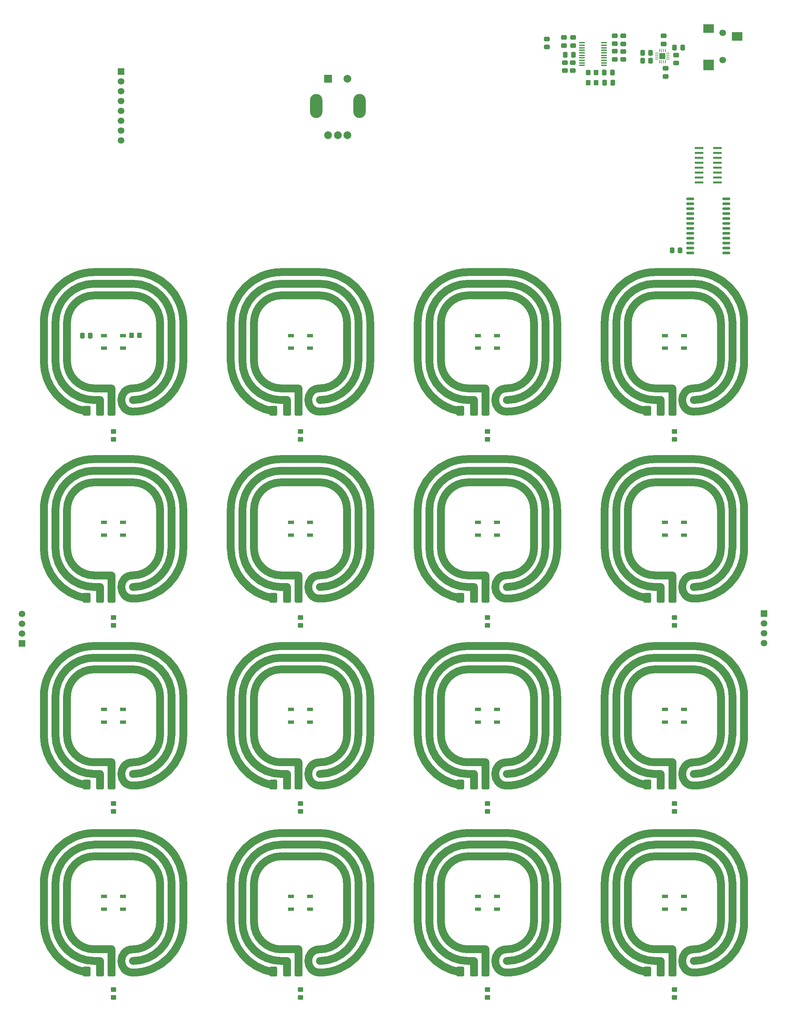
<source format=gts>
G04 #@! TF.GenerationSoftware,KiCad,Pcbnew,9.0.1*
G04 #@! TF.CreationDate,2025-08-16T12:46:55+08:00*
G04 #@! TF.ProjectId,final version,66696e61-6c20-4766-9572-73696f6e2e6b,rev?*
G04 #@! TF.SameCoordinates,Original*
G04 #@! TF.FileFunction,Soldermask,Top*
G04 #@! TF.FilePolarity,Negative*
%FSLAX46Y46*%
G04 Gerber Fmt 4.6, Leading zero omitted, Abs format (unit mm)*
G04 Created by KiCad (PCBNEW 9.0.1) date 2025-08-16 12:46:55*
%MOMM*%
%LPD*%
G01*
G04 APERTURE LIST*
G04 Aperture macros list*
%AMRoundRect*
0 Rectangle with rounded corners*
0 $1 Rounding radius*
0 $2 $3 $4 $5 $6 $7 $8 $9 X,Y pos of 4 corners*
0 Add a 4 corners polygon primitive as box body*
4,1,4,$2,$3,$4,$5,$6,$7,$8,$9,$2,$3,0*
0 Add four circle primitives for the rounded corners*
1,1,$1+$1,$2,$3*
1,1,$1+$1,$4,$5*
1,1,$1+$1,$6,$7*
1,1,$1+$1,$8,$9*
0 Add four rect primitives between the rounded corners*
20,1,$1+$1,$2,$3,$4,$5,0*
20,1,$1+$1,$4,$5,$6,$7,0*
20,1,$1+$1,$6,$7,$8,$9,0*
20,1,$1+$1,$8,$9,$2,$3,0*%
G04 Aperture macros list end*
%ADD10C,2.000000*%
%ADD11RoundRect,0.090000X-0.660000X-0.360000X0.660000X-0.360000X0.660000X0.360000X-0.660000X0.360000X0*%
%ADD12RoundRect,0.250000X-0.475000X0.337500X-0.475000X-0.337500X0.475000X-0.337500X0.475000X0.337500X0*%
%ADD13RoundRect,0.250000X0.475000X-0.337500X0.475000X0.337500X-0.475000X0.337500X-0.475000X-0.337500X0*%
%ADD14RoundRect,0.250000X0.337500X0.475000X-0.337500X0.475000X-0.337500X-0.475000X0.337500X-0.475000X0*%
%ADD15RoundRect,0.250000X-0.450000X0.350000X-0.450000X-0.350000X0.450000X-0.350000X0.450000X0.350000X0*%
%ADD16RoundRect,0.300000X-0.699999X-0.950000X0.699999X-0.950000X0.699999X0.950000X-0.699999X0.950000X0*%
%ADD17RoundRect,0.300000X-0.700000X-0.950000X0.700000X-0.950000X0.700000X0.950000X-0.700000X0.950000X0*%
%ADD18RoundRect,0.150000X0.875000X0.150000X-0.875000X0.150000X-0.875000X-0.150000X0.875000X-0.150000X0*%
%ADD19RoundRect,0.250000X-0.337500X-0.475000X0.337500X-0.475000X0.337500X0.475000X-0.337500X0.475000X0*%
%ADD20RoundRect,0.250000X-0.350000X-0.450000X0.350000X-0.450000X0.350000X0.450000X-0.350000X0.450000X0*%
%ADD21RoundRect,0.100000X-0.637500X-0.100000X0.637500X-0.100000X0.637500X0.100000X-0.637500X0.100000X0*%
%ADD22R,2.184400X0.558800*%
%ADD23R,1.700000X1.700000*%
%ADD24C,1.700000*%
%ADD25RoundRect,0.062500X-0.375000X-0.062500X0.375000X-0.062500X0.375000X0.062500X-0.375000X0.062500X0*%
%ADD26RoundRect,0.062500X-0.062500X-0.375000X0.062500X-0.375000X0.062500X0.375000X-0.062500X0.375000X0*%
%ADD27R,1.600000X1.600000*%
%ADD28R,2.800000X2.200000*%
%ADD29R,2.800000X2.800000*%
%ADD30RoundRect,0.102000X-0.900000X-0.900000X0.900000X-0.900000X0.900000X0.900000X-0.900000X0.900000X0*%
%ADD31C,2.004000*%
%ADD32O,3.204000X6.204000*%
%ADD33RoundRect,0.250000X0.350000X0.450000X-0.350000X0.450000X-0.350000X-0.450000X0.350000X-0.450000X0*%
G04 APERTURE END LIST*
D10*
X102380000Y-249370000D02*
X102380000Y-239370000D01*
X105380000Y-249370000D02*
X105380000Y-239370000D01*
X108380000Y-249370000D02*
X108380000Y-239370000D01*
X115380000Y-226370000D02*
X125380000Y-226370000D01*
X115380000Y-229370000D02*
X125380000Y-229370000D01*
X115380000Y-232370000D02*
X125380000Y-232370000D01*
X115380000Y-256370000D02*
X119880000Y-256370000D01*
X116880000Y-259370000D02*
X115380000Y-259370000D01*
X116880000Y-262370000D02*
X116880000Y-259370000D01*
X119880000Y-262370000D02*
X119880000Y-256370000D01*
X132380000Y-239370000D02*
X132380000Y-249370000D01*
X135380000Y-239370000D02*
X135380000Y-249370000D01*
X138380000Y-239370000D02*
X138380000Y-249370000D01*
X102380000Y-239370000D02*
G75*
G02*
X115380000Y-226370000I13000001J-1D01*
G01*
X105380000Y-239370000D02*
G75*
G02*
X115380000Y-229370000I9999999J1D01*
G01*
X108380000Y-239370000D02*
G75*
G02*
X115380000Y-232370000I7000002J-2D01*
G01*
X113392690Y-262290927D02*
G75*
G02*
X102380000Y-249370000I2073564J12920928D01*
G01*
X115380000Y-256370000D02*
G75*
G02*
X108380000Y-249370000I2J7000002D01*
G01*
X115380000Y-259370000D02*
G75*
G02*
X105380000Y-249370000I-1J9999999D01*
G01*
X125380000Y-226370000D02*
G75*
G02*
X138380000Y-239370000I0J-13000000D01*
G01*
X125380000Y-229370000D02*
G75*
G02*
X135380000Y-239369999I0J-10000000D01*
G01*
X125380000Y-232370000D02*
G75*
G02*
X132380000Y-239370000I0J-7000000D01*
G01*
X125380000Y-262370000D02*
G75*
G02*
X125380000Y-256370000I0J3000000D01*
G01*
X132380000Y-249370000D02*
G75*
G02*
X125380000Y-256370000I-7000002J2D01*
G01*
X135308932Y-249441068D02*
G75*
G02*
X125380000Y-259370000I-9928933J1D01*
G01*
X138380000Y-249370000D02*
G75*
G02*
X125380000Y-262370000I-13000000J0D01*
G01*
X102380000Y-152870000D02*
X102380000Y-142870000D01*
X105380000Y-152870000D02*
X105380000Y-142870000D01*
X108380000Y-152870000D02*
X108380000Y-142870000D01*
X115380000Y-129870000D02*
X125380000Y-129870000D01*
X115380000Y-132870000D02*
X125380000Y-132870000D01*
X115380000Y-135870000D02*
X125380000Y-135870000D01*
X115380000Y-159870000D02*
X119880000Y-159870000D01*
X116880000Y-162870000D02*
X115380000Y-162870000D01*
X116880000Y-165870000D02*
X116880000Y-162870000D01*
X119880000Y-165870000D02*
X119880000Y-159870000D01*
X132380000Y-142870000D02*
X132380000Y-152870000D01*
X135380000Y-142870000D02*
X135380000Y-152870000D01*
X138380000Y-142870000D02*
X138380000Y-152870000D01*
X102380000Y-142870000D02*
G75*
G02*
X115380000Y-129870000I13000001J-1D01*
G01*
X105380000Y-142870000D02*
G75*
G02*
X115380000Y-132870000I9999999J1D01*
G01*
X108380000Y-142870000D02*
G75*
G02*
X115380000Y-135870000I7000002J-2D01*
G01*
X113392690Y-165790927D02*
G75*
G02*
X102380000Y-152870000I2073564J12920928D01*
G01*
X115380000Y-159870000D02*
G75*
G02*
X108380000Y-152870000I2J7000002D01*
G01*
X115380000Y-162870000D02*
G75*
G02*
X105380000Y-152870000I-1J9999999D01*
G01*
X125380000Y-129870000D02*
G75*
G02*
X138380000Y-142870000I0J-13000000D01*
G01*
X125380000Y-132870000D02*
G75*
G02*
X135380000Y-142869999I0J-10000000D01*
G01*
X125380000Y-135870000D02*
G75*
G02*
X132380000Y-142870000I0J-7000000D01*
G01*
X125380000Y-165870000D02*
G75*
G02*
X125380000Y-159870000I0J3000000D01*
G01*
X132380000Y-152870000D02*
G75*
G02*
X125380000Y-159870000I-7000002J2D01*
G01*
X135308932Y-152941068D02*
G75*
G02*
X125380000Y-162870000I-9928933J1D01*
G01*
X138380000Y-152870000D02*
G75*
G02*
X125380000Y-165870000I-13000000J0D01*
G01*
X102380000Y-297620000D02*
X102380000Y-287620000D01*
X105380000Y-297620000D02*
X105380000Y-287620000D01*
X108380000Y-297620000D02*
X108380000Y-287620000D01*
X115380000Y-274620000D02*
X125380000Y-274620000D01*
X115380000Y-277620000D02*
X125380000Y-277620000D01*
X115380000Y-280620000D02*
X125380000Y-280620000D01*
X115380000Y-304620000D02*
X119880000Y-304620000D01*
X116880000Y-307620000D02*
X115380000Y-307620000D01*
X116880000Y-310620000D02*
X116880000Y-307620000D01*
X119880000Y-310620000D02*
X119880000Y-304620000D01*
X132380000Y-287620000D02*
X132380000Y-297620000D01*
X135380000Y-287620000D02*
X135380000Y-297620000D01*
X138380000Y-287620000D02*
X138380000Y-297620000D01*
X102380000Y-287620000D02*
G75*
G02*
X115380000Y-274620000I13000001J-1D01*
G01*
X105380000Y-287620000D02*
G75*
G02*
X115380000Y-277620000I9999999J1D01*
G01*
X108380000Y-287620000D02*
G75*
G02*
X115380000Y-280620000I7000002J-2D01*
G01*
X113392690Y-310540927D02*
G75*
G02*
X102380000Y-297620000I2073564J12920928D01*
G01*
X115380000Y-304620000D02*
G75*
G02*
X108380000Y-297620000I2J7000002D01*
G01*
X115380000Y-307620000D02*
G75*
G02*
X105380000Y-297620000I-1J9999999D01*
G01*
X125380000Y-274620000D02*
G75*
G02*
X138380000Y-287620000I0J-13000000D01*
G01*
X125380000Y-277620000D02*
G75*
G02*
X135380000Y-287619999I0J-10000000D01*
G01*
X125380000Y-280620000D02*
G75*
G02*
X132380000Y-287620000I0J-7000000D01*
G01*
X125380000Y-310620000D02*
G75*
G02*
X125380000Y-304620000I0J3000000D01*
G01*
X132380000Y-297620000D02*
G75*
G02*
X125380000Y-304620000I-7000002J2D01*
G01*
X135308932Y-297691068D02*
G75*
G02*
X125380000Y-307620000I-9928933J1D01*
G01*
X138380000Y-297620000D02*
G75*
G02*
X125380000Y-310620000I-13000000J0D01*
G01*
X102380000Y-201120000D02*
X102380000Y-191120000D01*
X105380000Y-201120000D02*
X105380000Y-191120000D01*
X108380000Y-201120000D02*
X108380000Y-191120000D01*
X115380000Y-178120000D02*
X125380000Y-178120000D01*
X115380000Y-181120000D02*
X125380000Y-181120000D01*
X115380000Y-184120000D02*
X125380000Y-184120000D01*
X115380000Y-208120000D02*
X119880000Y-208120000D01*
X116880000Y-211120000D02*
X115380000Y-211120000D01*
X116880000Y-214120000D02*
X116880000Y-211120000D01*
X119880000Y-214120000D02*
X119880000Y-208120000D01*
X132380000Y-191120000D02*
X132380000Y-201120000D01*
X135380000Y-191120000D02*
X135380000Y-201120000D01*
X138380000Y-191120000D02*
X138380000Y-201120000D01*
X102380000Y-191120000D02*
G75*
G02*
X115380000Y-178120000I13000001J-1D01*
G01*
X105380000Y-191120000D02*
G75*
G02*
X115380000Y-181120000I9999999J1D01*
G01*
X108380000Y-191120000D02*
G75*
G02*
X115380000Y-184120000I7000002J-2D01*
G01*
X113392690Y-214040927D02*
G75*
G02*
X102380000Y-201120000I2073564J12920928D01*
G01*
X115380000Y-208120000D02*
G75*
G02*
X108380000Y-201120000I2J7000002D01*
G01*
X115380000Y-211120000D02*
G75*
G02*
X105380000Y-201120000I-1J9999999D01*
G01*
X125380000Y-178120000D02*
G75*
G02*
X138380000Y-191120000I0J-13000000D01*
G01*
X125380000Y-181120000D02*
G75*
G02*
X135380000Y-191119999I0J-10000000D01*
G01*
X125380000Y-184120000D02*
G75*
G02*
X132380000Y-191120000I0J-7000000D01*
G01*
X125380000Y-214120000D02*
G75*
G02*
X125380000Y-208120000I0J3000000D01*
G01*
X132380000Y-201120000D02*
G75*
G02*
X125380000Y-208120000I-7000002J2D01*
G01*
X135308932Y-201191068D02*
G75*
G02*
X125380000Y-211120000I-9928933J1D01*
G01*
X138380000Y-201120000D02*
G75*
G02*
X125380000Y-214120000I-13000000J0D01*
G01*
X150630000Y-201120000D02*
X150630000Y-191120000D01*
X153630000Y-201120000D02*
X153630000Y-191120000D01*
X156630000Y-201120000D02*
X156630000Y-191120000D01*
X163630000Y-178120000D02*
X173630000Y-178120000D01*
X163630000Y-181120000D02*
X173630000Y-181120000D01*
X163630000Y-184120000D02*
X173630000Y-184120000D01*
X163630000Y-208120000D02*
X168130000Y-208120000D01*
X165130000Y-211120000D02*
X163630000Y-211120000D01*
X165130000Y-214120000D02*
X165130000Y-211120000D01*
X168130000Y-214120000D02*
X168130000Y-208120000D01*
X180630000Y-191120000D02*
X180630000Y-201120000D01*
X183630000Y-191120000D02*
X183630000Y-201120000D01*
X186630000Y-191120000D02*
X186630000Y-201120000D01*
X150630000Y-191120000D02*
G75*
G02*
X163630000Y-178120000I13000001J-1D01*
G01*
X153630000Y-191120000D02*
G75*
G02*
X163630000Y-181120000I9999999J1D01*
G01*
X156630000Y-191120000D02*
G75*
G02*
X163630000Y-184120000I7000002J-2D01*
G01*
X161642690Y-214040927D02*
G75*
G02*
X150630000Y-201120000I2073564J12920928D01*
G01*
X163630000Y-208120000D02*
G75*
G02*
X156630000Y-201120000I2J7000002D01*
G01*
X163630000Y-211120000D02*
G75*
G02*
X153630000Y-201120000I-1J9999999D01*
G01*
X173630000Y-178120000D02*
G75*
G02*
X186630000Y-191120000I0J-13000000D01*
G01*
X173630000Y-181120000D02*
G75*
G02*
X183630000Y-191119999I0J-10000000D01*
G01*
X173630000Y-184120000D02*
G75*
G02*
X180630000Y-191120000I0J-7000000D01*
G01*
X173630000Y-214120000D02*
G75*
G02*
X173630000Y-208120000I0J3000000D01*
G01*
X180630000Y-201120000D02*
G75*
G02*
X173630000Y-208120000I-7000002J2D01*
G01*
X183558932Y-201191068D02*
G75*
G02*
X173630000Y-211120000I-9928933J1D01*
G01*
X186630000Y-201120000D02*
G75*
G02*
X173630000Y-214120000I-13000000J0D01*
G01*
X198880000Y-297620000D02*
X198880000Y-287620000D01*
X201880000Y-297620000D02*
X201880000Y-287620000D01*
X204880000Y-297620000D02*
X204880000Y-287620000D01*
X211880000Y-274620000D02*
X221880000Y-274620000D01*
X211880000Y-277620000D02*
X221880000Y-277620000D01*
X211880000Y-280620000D02*
X221880000Y-280620000D01*
X211880000Y-304620000D02*
X216380000Y-304620000D01*
X213380000Y-307620000D02*
X211880000Y-307620000D01*
X213380000Y-310620000D02*
X213380000Y-307620000D01*
X216380000Y-310620000D02*
X216380000Y-304620000D01*
X228880000Y-287620000D02*
X228880000Y-297620000D01*
X231880000Y-287620000D02*
X231880000Y-297620000D01*
X234880000Y-287620000D02*
X234880000Y-297620000D01*
X198880000Y-287620000D02*
G75*
G02*
X211880000Y-274620000I13000001J-1D01*
G01*
X201880000Y-287620000D02*
G75*
G02*
X211880000Y-277620000I9999999J1D01*
G01*
X204880000Y-287620000D02*
G75*
G02*
X211880000Y-280620000I7000002J-2D01*
G01*
X209892690Y-310540927D02*
G75*
G02*
X198880000Y-297620000I2073564J12920928D01*
G01*
X211880000Y-304620000D02*
G75*
G02*
X204880000Y-297620000I2J7000002D01*
G01*
X211880000Y-307620000D02*
G75*
G02*
X201880000Y-297620000I-1J9999999D01*
G01*
X221880000Y-274620000D02*
G75*
G02*
X234880000Y-287620000I0J-13000000D01*
G01*
X221880000Y-277620000D02*
G75*
G02*
X231880000Y-287619999I0J-10000000D01*
G01*
X221880000Y-280620000D02*
G75*
G02*
X228880000Y-287620000I0J-7000000D01*
G01*
X221880000Y-310620000D02*
G75*
G02*
X221880000Y-304620000I0J3000000D01*
G01*
X228880000Y-297620000D02*
G75*
G02*
X221880000Y-304620000I-7000002J2D01*
G01*
X231808932Y-297691068D02*
G75*
G02*
X221880000Y-307620000I-9928933J1D01*
G01*
X234880000Y-297620000D02*
G75*
G02*
X221880000Y-310620000I-13000000J0D01*
G01*
X54130000Y-152870000D02*
X54130000Y-142870000D01*
X57130000Y-152870000D02*
X57130000Y-142870000D01*
X60130000Y-152870000D02*
X60130000Y-142870000D01*
X67130000Y-129870000D02*
X77130000Y-129870000D01*
X67130000Y-132870000D02*
X77130000Y-132870000D01*
X67130000Y-135870000D02*
X77130000Y-135870000D01*
X67130000Y-159870000D02*
X71630000Y-159870000D01*
X68630000Y-162870000D02*
X67130000Y-162870000D01*
X68630000Y-165870000D02*
X68630000Y-162870000D01*
X71630000Y-165870000D02*
X71630000Y-159870000D01*
X84130000Y-142870000D02*
X84130000Y-152870000D01*
X87130000Y-142870000D02*
X87130000Y-152870000D01*
X90130000Y-142870000D02*
X90130000Y-152870000D01*
X54130000Y-142870000D02*
G75*
G02*
X67130000Y-129870000I13000001J-1D01*
G01*
X57130000Y-142870000D02*
G75*
G02*
X67130000Y-132870000I9999999J1D01*
G01*
X60130000Y-142870000D02*
G75*
G02*
X67130000Y-135870000I7000002J-2D01*
G01*
X65142690Y-165790927D02*
G75*
G02*
X54130000Y-152870000I2073564J12920928D01*
G01*
X67130000Y-159870000D02*
G75*
G02*
X60130000Y-152870000I2J7000002D01*
G01*
X67130000Y-162870000D02*
G75*
G02*
X57130000Y-152870000I-1J9999999D01*
G01*
X77130000Y-129870000D02*
G75*
G02*
X90130000Y-142870000I0J-13000000D01*
G01*
X77130000Y-132870000D02*
G75*
G02*
X87130000Y-142869999I0J-10000000D01*
G01*
X77130000Y-135870000D02*
G75*
G02*
X84130000Y-142870000I0J-7000000D01*
G01*
X77130000Y-165870000D02*
G75*
G02*
X77130000Y-159870000I0J3000000D01*
G01*
X84130000Y-152870000D02*
G75*
G02*
X77130000Y-159870000I-7000002J2D01*
G01*
X87058932Y-152941068D02*
G75*
G02*
X77130000Y-162870000I-9928933J1D01*
G01*
X90130000Y-152870000D02*
G75*
G02*
X77130000Y-165870000I-13000000J0D01*
G01*
X198880000Y-201120000D02*
X198880000Y-191120000D01*
X201880000Y-201120000D02*
X201880000Y-191120000D01*
X204880000Y-201120000D02*
X204880000Y-191120000D01*
X211880000Y-178120000D02*
X221880000Y-178120000D01*
X211880000Y-181120000D02*
X221880000Y-181120000D01*
X211880000Y-184120000D02*
X221880000Y-184120000D01*
X211880000Y-208120000D02*
X216380000Y-208120000D01*
X213380000Y-211120000D02*
X211880000Y-211120000D01*
X213380000Y-214120000D02*
X213380000Y-211120000D01*
X216380000Y-214120000D02*
X216380000Y-208120000D01*
X228880000Y-191120000D02*
X228880000Y-201120000D01*
X231880000Y-191120000D02*
X231880000Y-201120000D01*
X234880000Y-191120000D02*
X234880000Y-201120000D01*
X198880000Y-191120000D02*
G75*
G02*
X211880000Y-178120000I13000001J-1D01*
G01*
X201880000Y-191120000D02*
G75*
G02*
X211880000Y-181120000I9999999J1D01*
G01*
X204880000Y-191120000D02*
G75*
G02*
X211880000Y-184120000I7000002J-2D01*
G01*
X209892690Y-214040927D02*
G75*
G02*
X198880000Y-201120000I2073564J12920928D01*
G01*
X211880000Y-208120000D02*
G75*
G02*
X204880000Y-201120000I2J7000002D01*
G01*
X211880000Y-211120000D02*
G75*
G02*
X201880000Y-201120000I-1J9999999D01*
G01*
X221880000Y-178120000D02*
G75*
G02*
X234880000Y-191120000I0J-13000000D01*
G01*
X221880000Y-181120000D02*
G75*
G02*
X231880000Y-191119999I0J-10000000D01*
G01*
X221880000Y-184120000D02*
G75*
G02*
X228880000Y-191120000I0J-7000000D01*
G01*
X221880000Y-214120000D02*
G75*
G02*
X221880000Y-208120000I0J3000000D01*
G01*
X228880000Y-201120000D02*
G75*
G02*
X221880000Y-208120000I-7000002J2D01*
G01*
X231808932Y-201191068D02*
G75*
G02*
X221880000Y-211120000I-9928933J1D01*
G01*
X234880000Y-201120000D02*
G75*
G02*
X221880000Y-214120000I-13000000J0D01*
G01*
X198880000Y-249370000D02*
X198880000Y-239370000D01*
X201880000Y-249370000D02*
X201880000Y-239370000D01*
X204880000Y-249370000D02*
X204880000Y-239370000D01*
X211880000Y-226370000D02*
X221880000Y-226370000D01*
X211880000Y-229370000D02*
X221880000Y-229370000D01*
X211880000Y-232370000D02*
X221880000Y-232370000D01*
X211880000Y-256370000D02*
X216380000Y-256370000D01*
X213380000Y-259370000D02*
X211880000Y-259370000D01*
X213380000Y-262370000D02*
X213380000Y-259370000D01*
X216380000Y-262370000D02*
X216380000Y-256370000D01*
X228880000Y-239370000D02*
X228880000Y-249370000D01*
X231880000Y-239370000D02*
X231880000Y-249370000D01*
X234880000Y-239370000D02*
X234880000Y-249370000D01*
X198880000Y-239370000D02*
G75*
G02*
X211880000Y-226370000I13000001J-1D01*
G01*
X201880000Y-239370000D02*
G75*
G02*
X211880000Y-229370000I9999999J1D01*
G01*
X204880000Y-239370000D02*
G75*
G02*
X211880000Y-232370000I7000002J-2D01*
G01*
X209892690Y-262290927D02*
G75*
G02*
X198880000Y-249370000I2073564J12920928D01*
G01*
X211880000Y-256370000D02*
G75*
G02*
X204880000Y-249370000I2J7000002D01*
G01*
X211880000Y-259370000D02*
G75*
G02*
X201880000Y-249370000I-1J9999999D01*
G01*
X221880000Y-226370000D02*
G75*
G02*
X234880000Y-239370000I0J-13000000D01*
G01*
X221880000Y-229370000D02*
G75*
G02*
X231880000Y-239369999I0J-10000000D01*
G01*
X221880000Y-232370000D02*
G75*
G02*
X228880000Y-239370000I0J-7000000D01*
G01*
X221880000Y-262370000D02*
G75*
G02*
X221880000Y-256370000I0J3000000D01*
G01*
X228880000Y-249370000D02*
G75*
G02*
X221880000Y-256370000I-7000002J2D01*
G01*
X231808932Y-249441068D02*
G75*
G02*
X221880000Y-259370000I-9928933J1D01*
G01*
X234880000Y-249370000D02*
G75*
G02*
X221880000Y-262370000I-13000000J0D01*
G01*
X150630000Y-152870000D02*
X150630000Y-142870000D01*
X153630000Y-152870000D02*
X153630000Y-142870000D01*
X156630000Y-152870000D02*
X156630000Y-142870000D01*
X163630000Y-129870000D02*
X173630000Y-129870000D01*
X163630000Y-132870000D02*
X173630000Y-132870000D01*
X163630000Y-135870000D02*
X173630000Y-135870000D01*
X163630000Y-159870000D02*
X168130000Y-159870000D01*
X165130000Y-162870000D02*
X163630000Y-162870000D01*
X165130000Y-165870000D02*
X165130000Y-162870000D01*
X168130000Y-165870000D02*
X168130000Y-159870000D01*
X180630000Y-142870000D02*
X180630000Y-152870000D01*
X183630000Y-142870000D02*
X183630000Y-152870000D01*
X186630000Y-142870000D02*
X186630000Y-152870000D01*
X150630000Y-142870000D02*
G75*
G02*
X163630000Y-129870000I13000001J-1D01*
G01*
X153630000Y-142870000D02*
G75*
G02*
X163630000Y-132870000I9999999J1D01*
G01*
X156630000Y-142870000D02*
G75*
G02*
X163630000Y-135870000I7000002J-2D01*
G01*
X161642690Y-165790927D02*
G75*
G02*
X150630000Y-152870000I2073564J12920928D01*
G01*
X163630000Y-159870000D02*
G75*
G02*
X156630000Y-152870000I2J7000002D01*
G01*
X163630000Y-162870000D02*
G75*
G02*
X153630000Y-152870000I-1J9999999D01*
G01*
X173630000Y-129870000D02*
G75*
G02*
X186630000Y-142870000I0J-13000000D01*
G01*
X173630000Y-132870000D02*
G75*
G02*
X183630000Y-142869999I0J-10000000D01*
G01*
X173630000Y-135870000D02*
G75*
G02*
X180630000Y-142870000I0J-7000000D01*
G01*
X173630000Y-165870000D02*
G75*
G02*
X173630000Y-159870000I0J3000000D01*
G01*
X180630000Y-152870000D02*
G75*
G02*
X173630000Y-159870000I-7000002J2D01*
G01*
X183558932Y-152941068D02*
G75*
G02*
X173630000Y-162870000I-9928933J1D01*
G01*
X186630000Y-152870000D02*
G75*
G02*
X173630000Y-165870000I-13000000J0D01*
G01*
X54130000Y-201120000D02*
X54130000Y-191120000D01*
X57130000Y-201120000D02*
X57130000Y-191120000D01*
X60130000Y-201120000D02*
X60130000Y-191120000D01*
X67130000Y-178120000D02*
X77130000Y-178120000D01*
X67130000Y-181120000D02*
X77130000Y-181120000D01*
X67130000Y-184120000D02*
X77130000Y-184120000D01*
X67130000Y-208120000D02*
X71630000Y-208120000D01*
X68630000Y-211120000D02*
X67130000Y-211120000D01*
X68630000Y-214120000D02*
X68630000Y-211120000D01*
X71630000Y-214120000D02*
X71630000Y-208120000D01*
X84130000Y-191120000D02*
X84130000Y-201120000D01*
X87130000Y-191120000D02*
X87130000Y-201120000D01*
X90130000Y-191120000D02*
X90130000Y-201120000D01*
X54130000Y-191120000D02*
G75*
G02*
X67130000Y-178120000I13000001J-1D01*
G01*
X57130000Y-191120000D02*
G75*
G02*
X67130000Y-181120000I9999999J1D01*
G01*
X60130000Y-191120000D02*
G75*
G02*
X67130000Y-184120000I7000002J-2D01*
G01*
X65142690Y-214040927D02*
G75*
G02*
X54130000Y-201120000I2073564J12920928D01*
G01*
X67130000Y-208120000D02*
G75*
G02*
X60130000Y-201120000I2J7000002D01*
G01*
X67130000Y-211120000D02*
G75*
G02*
X57130000Y-201120000I-1J9999999D01*
G01*
X77130000Y-178120000D02*
G75*
G02*
X90130000Y-191120000I0J-13000000D01*
G01*
X77130000Y-181120000D02*
G75*
G02*
X87130000Y-191119999I0J-10000000D01*
G01*
X77130000Y-184120000D02*
G75*
G02*
X84130000Y-191120000I0J-7000000D01*
G01*
X77130000Y-214120000D02*
G75*
G02*
X77130000Y-208120000I0J3000000D01*
G01*
X84130000Y-201120000D02*
G75*
G02*
X77130000Y-208120000I-7000002J2D01*
G01*
X87058932Y-201191068D02*
G75*
G02*
X77130000Y-211120000I-9928933J1D01*
G01*
X90130000Y-201120000D02*
G75*
G02*
X77130000Y-214120000I-13000000J0D01*
G01*
X150630000Y-297620000D02*
X150630000Y-287620000D01*
X153630000Y-297620000D02*
X153630000Y-287620000D01*
X156630000Y-297620000D02*
X156630000Y-287620000D01*
X163630000Y-274620000D02*
X173630000Y-274620000D01*
X163630000Y-277620000D02*
X173630000Y-277620000D01*
X163630000Y-280620000D02*
X173630000Y-280620000D01*
X163630000Y-304620000D02*
X168130000Y-304620000D01*
X165130000Y-307620000D02*
X163630000Y-307620000D01*
X165130000Y-310620000D02*
X165130000Y-307620000D01*
X168130000Y-310620000D02*
X168130000Y-304620000D01*
X180630000Y-287620000D02*
X180630000Y-297620000D01*
X183630000Y-287620000D02*
X183630000Y-297620000D01*
X186630000Y-287620000D02*
X186630000Y-297620000D01*
X150630000Y-287620000D02*
G75*
G02*
X163630000Y-274620000I13000001J-1D01*
G01*
X153630000Y-287620000D02*
G75*
G02*
X163630000Y-277620000I9999999J1D01*
G01*
X156630000Y-287620000D02*
G75*
G02*
X163630000Y-280620000I7000002J-2D01*
G01*
X161642690Y-310540927D02*
G75*
G02*
X150630000Y-297620000I2073564J12920928D01*
G01*
X163630000Y-304620000D02*
G75*
G02*
X156630000Y-297620000I2J7000002D01*
G01*
X163630000Y-307620000D02*
G75*
G02*
X153630000Y-297620000I-1J9999999D01*
G01*
X173630000Y-274620000D02*
G75*
G02*
X186630000Y-287620000I0J-13000000D01*
G01*
X173630000Y-277620000D02*
G75*
G02*
X183630000Y-287619999I0J-10000000D01*
G01*
X173630000Y-280620000D02*
G75*
G02*
X180630000Y-287620000I0J-7000000D01*
G01*
X173630000Y-310620000D02*
G75*
G02*
X173630000Y-304620000I0J3000000D01*
G01*
X180630000Y-297620000D02*
G75*
G02*
X173630000Y-304620000I-7000002J2D01*
G01*
X183558932Y-297691068D02*
G75*
G02*
X173630000Y-307620000I-9928933J1D01*
G01*
X186630000Y-297620000D02*
G75*
G02*
X173630000Y-310620000I-13000000J0D01*
G01*
X54130000Y-297620000D02*
X54130000Y-287620000D01*
X57130000Y-297620000D02*
X57130000Y-287620000D01*
X60130000Y-297620000D02*
X60130000Y-287620000D01*
X67130000Y-274620000D02*
X77130000Y-274620000D01*
X67130000Y-277620000D02*
X77130000Y-277620000D01*
X67130000Y-280620000D02*
X77130000Y-280620000D01*
X67130000Y-304620000D02*
X71630000Y-304620000D01*
X68630000Y-307620000D02*
X67130000Y-307620000D01*
X68630000Y-310620000D02*
X68630000Y-307620000D01*
X71630000Y-310620000D02*
X71630000Y-304620000D01*
X84130000Y-287620000D02*
X84130000Y-297620000D01*
X87130000Y-287620000D02*
X87130000Y-297620000D01*
X90130000Y-287620000D02*
X90130000Y-297620000D01*
X54130000Y-287620000D02*
G75*
G02*
X67130000Y-274620000I13000001J-1D01*
G01*
X57130000Y-287620000D02*
G75*
G02*
X67130000Y-277620000I9999999J1D01*
G01*
X60130000Y-287620000D02*
G75*
G02*
X67130000Y-280620000I7000002J-2D01*
G01*
X65142690Y-310540927D02*
G75*
G02*
X54130000Y-297620000I2073564J12920928D01*
G01*
X67130000Y-304620000D02*
G75*
G02*
X60130000Y-297620000I2J7000002D01*
G01*
X67130000Y-307620000D02*
G75*
G02*
X57130000Y-297620000I-1J9999999D01*
G01*
X77130000Y-274620000D02*
G75*
G02*
X90130000Y-287620000I0J-13000000D01*
G01*
X77130000Y-277620000D02*
G75*
G02*
X87130000Y-287619999I0J-10000000D01*
G01*
X77130000Y-280620000D02*
G75*
G02*
X84130000Y-287620000I0J-7000000D01*
G01*
X77130000Y-310620000D02*
G75*
G02*
X77130000Y-304620000I0J3000000D01*
G01*
X84130000Y-297620000D02*
G75*
G02*
X77130000Y-304620000I-7000002J2D01*
G01*
X87058932Y-297691068D02*
G75*
G02*
X77130000Y-307620000I-9928933J1D01*
G01*
X90130000Y-297620000D02*
G75*
G02*
X77130000Y-310620000I-13000000J0D01*
G01*
X150630000Y-249370000D02*
X150630000Y-239370000D01*
X153630000Y-249370000D02*
X153630000Y-239370000D01*
X156630000Y-249370000D02*
X156630000Y-239370000D01*
X163630000Y-226370000D02*
X173630000Y-226370000D01*
X163630000Y-229370000D02*
X173630000Y-229370000D01*
X163630000Y-232370000D02*
X173630000Y-232370000D01*
X163630000Y-256370000D02*
X168130000Y-256370000D01*
X165130000Y-259370000D02*
X163630000Y-259370000D01*
X165130000Y-262370000D02*
X165130000Y-259370000D01*
X168130000Y-262370000D02*
X168130000Y-256370000D01*
X180630000Y-239370000D02*
X180630000Y-249370000D01*
X183630000Y-239370000D02*
X183630000Y-249370000D01*
X186630000Y-239370000D02*
X186630000Y-249370000D01*
X150630000Y-239370000D02*
G75*
G02*
X163630000Y-226370000I13000001J-1D01*
G01*
X153630000Y-239370000D02*
G75*
G02*
X163630000Y-229370000I9999999J1D01*
G01*
X156630000Y-239370000D02*
G75*
G02*
X163630000Y-232370000I7000002J-2D01*
G01*
X161642690Y-262290927D02*
G75*
G02*
X150630000Y-249370000I2073564J12920928D01*
G01*
X163630000Y-256370000D02*
G75*
G02*
X156630000Y-249370000I2J7000002D01*
G01*
X163630000Y-259370000D02*
G75*
G02*
X153630000Y-249370000I-1J9999999D01*
G01*
X173630000Y-226370000D02*
G75*
G02*
X186630000Y-239370000I0J-13000000D01*
G01*
X173630000Y-229370000D02*
G75*
G02*
X183630000Y-239369999I0J-10000000D01*
G01*
X173630000Y-232370000D02*
G75*
G02*
X180630000Y-239370000I0J-7000000D01*
G01*
X173630000Y-262370000D02*
G75*
G02*
X173630000Y-256370000I0J3000000D01*
G01*
X180630000Y-249370000D02*
G75*
G02*
X173630000Y-256370000I-7000002J2D01*
G01*
X183558932Y-249441068D02*
G75*
G02*
X173630000Y-259370000I-9928933J1D01*
G01*
X186630000Y-249370000D02*
G75*
G02*
X173630000Y-262370000I-13000000J0D01*
G01*
X198880000Y-152870000D02*
X198880000Y-142870000D01*
X201880000Y-152870000D02*
X201880000Y-142870000D01*
X204880000Y-152870000D02*
X204880000Y-142870000D01*
X211880000Y-129870000D02*
X221880000Y-129870000D01*
X211880000Y-132870000D02*
X221880000Y-132870000D01*
X211880000Y-135870000D02*
X221880000Y-135870000D01*
X211880000Y-159870000D02*
X216380000Y-159870000D01*
X213380000Y-162870000D02*
X211880000Y-162870000D01*
X213380000Y-165870000D02*
X213380000Y-162870000D01*
X216380000Y-165870000D02*
X216380000Y-159870000D01*
X228880000Y-142870000D02*
X228880000Y-152870000D01*
X231880000Y-142870000D02*
X231880000Y-152870000D01*
X234880000Y-142870000D02*
X234880000Y-152870000D01*
X198880000Y-142870000D02*
G75*
G02*
X211880000Y-129870000I13000001J-1D01*
G01*
X201880000Y-142870000D02*
G75*
G02*
X211880000Y-132870000I9999999J1D01*
G01*
X204880000Y-142870000D02*
G75*
G02*
X211880000Y-135870000I7000002J-2D01*
G01*
X209892690Y-165790927D02*
G75*
G02*
X198880000Y-152870000I2073564J12920928D01*
G01*
X211880000Y-159870000D02*
G75*
G02*
X204880000Y-152870000I2J7000002D01*
G01*
X211880000Y-162870000D02*
G75*
G02*
X201880000Y-152870000I-1J9999999D01*
G01*
X221880000Y-129870000D02*
G75*
G02*
X234880000Y-142870000I0J-13000000D01*
G01*
X221880000Y-132870000D02*
G75*
G02*
X231880000Y-142869999I0J-10000000D01*
G01*
X221880000Y-135870000D02*
G75*
G02*
X228880000Y-142870000I0J-7000000D01*
G01*
X221880000Y-165870000D02*
G75*
G02*
X221880000Y-159870000I0J3000000D01*
G01*
X228880000Y-152870000D02*
G75*
G02*
X221880000Y-159870000I-7000002J2D01*
G01*
X231808932Y-152941068D02*
G75*
G02*
X221880000Y-162870000I-9928933J1D01*
G01*
X234880000Y-152870000D02*
G75*
G02*
X221880000Y-165870000I-13000000J0D01*
G01*
X54130000Y-249370000D02*
X54130000Y-239370000D01*
X57130000Y-249370000D02*
X57130000Y-239370000D01*
X60130000Y-249370000D02*
X60130000Y-239370000D01*
X67130000Y-226370000D02*
X77130000Y-226370000D01*
X67130000Y-229370000D02*
X77130000Y-229370000D01*
X67130000Y-232370000D02*
X77130000Y-232370000D01*
X67130000Y-256370000D02*
X71630000Y-256370000D01*
X68630000Y-259370000D02*
X67130000Y-259370000D01*
X68630000Y-262370000D02*
X68630000Y-259370000D01*
X71630000Y-262370000D02*
X71630000Y-256370000D01*
X84130000Y-239370000D02*
X84130000Y-249370000D01*
X87130000Y-239370000D02*
X87130000Y-249370000D01*
X90130000Y-239370000D02*
X90130000Y-249370000D01*
X54130000Y-239370000D02*
G75*
G02*
X67130000Y-226370000I13000001J-1D01*
G01*
X57130000Y-239370000D02*
G75*
G02*
X67130000Y-229370000I9999999J1D01*
G01*
X60130000Y-239370000D02*
G75*
G02*
X67130000Y-232370000I7000002J-2D01*
G01*
X65142690Y-262290927D02*
G75*
G02*
X54130000Y-249370000I2073564J12920928D01*
G01*
X67130000Y-256370000D02*
G75*
G02*
X60130000Y-249370000I2J7000002D01*
G01*
X67130000Y-259370000D02*
G75*
G02*
X57130000Y-249370000I-1J9999999D01*
G01*
X77130000Y-226370000D02*
G75*
G02*
X90130000Y-239370000I0J-13000000D01*
G01*
X77130000Y-229370000D02*
G75*
G02*
X87130000Y-239369999I0J-10000000D01*
G01*
X77130000Y-232370000D02*
G75*
G02*
X84130000Y-239370000I0J-7000000D01*
G01*
X77130000Y-262370000D02*
G75*
G02*
X77130000Y-256370000I0J3000000D01*
G01*
X84130000Y-249370000D02*
G75*
G02*
X77130000Y-256370000I-7000002J2D01*
G01*
X87058932Y-249441068D02*
G75*
G02*
X77130000Y-259370000I-9928933J1D01*
G01*
X90130000Y-249370000D02*
G75*
G02*
X77130000Y-262370000I-13000000J0D01*
G01*
D11*
X117930000Y-290970000D03*
X117930000Y-294270000D03*
X122830000Y-294270000D03*
X122830000Y-290970000D03*
D12*
X214100000Y-68912500D03*
X214100000Y-70987500D03*
D13*
X214600000Y-79337500D03*
X214600000Y-77262500D03*
D14*
X200887500Y-78400000D03*
X198812500Y-78400000D03*
D15*
X216880000Y-171000000D03*
X216880000Y-173000000D03*
D13*
X201450000Y-74937500D03*
X201450000Y-72862500D03*
D16*
X113380000Y-262120000D03*
D17*
X116880000Y-262120000D03*
X119880000Y-262120000D03*
D18*
X230300000Y-124885000D03*
X230300000Y-123615000D03*
X230300000Y-122345000D03*
X230300000Y-121075000D03*
X230300000Y-119805000D03*
X230300000Y-118535000D03*
X230300000Y-117265000D03*
X230300000Y-115995000D03*
X230300000Y-114725000D03*
X230300000Y-113455000D03*
X230300000Y-112185000D03*
X230300000Y-110915000D03*
X221000000Y-110915000D03*
X221000000Y-112185000D03*
X221000000Y-113455000D03*
X221000000Y-114725000D03*
X221000000Y-115995000D03*
X221000000Y-117265000D03*
X221000000Y-118535000D03*
X221000000Y-119805000D03*
X221000000Y-121075000D03*
X221000000Y-122345000D03*
X221000000Y-123615000D03*
X221000000Y-124885000D03*
D14*
X66137500Y-146250000D03*
X64062500Y-146250000D03*
D15*
X120380000Y-267000000D03*
X120380000Y-269000000D03*
D11*
X69680000Y-146220000D03*
X69680000Y-149520000D03*
X74580000Y-149520000D03*
X74580000Y-146220000D03*
D13*
X217350000Y-75937500D03*
X217350000Y-73862500D03*
D16*
X113380000Y-165620000D03*
D17*
X116880000Y-165620000D03*
X119880000Y-165620000D03*
D19*
X198862500Y-80950000D03*
X200937500Y-80950000D03*
D14*
X218987500Y-71950000D03*
X216912500Y-71950000D03*
D15*
X120380000Y-219000000D03*
X120380000Y-221000000D03*
D20*
X194650000Y-80950000D03*
X196650000Y-80950000D03*
D15*
X72130000Y-267000000D03*
X72130000Y-269000000D03*
D16*
X113380000Y-310370000D03*
D17*
X116880000Y-310370000D03*
X119880000Y-310370000D03*
D21*
X192995000Y-70675000D03*
X192995000Y-71325000D03*
X192995000Y-71975000D03*
X192995000Y-72625000D03*
X192995000Y-73275000D03*
X192995000Y-73925000D03*
X192995000Y-74575000D03*
X192995000Y-75225000D03*
X192995000Y-75875000D03*
X192995000Y-76525000D03*
X198720000Y-76525000D03*
X198720000Y-75875000D03*
X198720000Y-75225000D03*
X198720000Y-74575000D03*
X198720000Y-73925000D03*
X198720000Y-73275000D03*
X198720000Y-72625000D03*
X198720000Y-71975000D03*
X198720000Y-71325000D03*
X198720000Y-70675000D03*
D19*
X208662500Y-75350000D03*
X210737500Y-75350000D03*
D16*
X113380000Y-213870000D03*
D17*
X116880000Y-213870000D03*
X119880000Y-213870000D03*
D22*
X223225600Y-97830000D03*
X223225600Y-99100000D03*
X223225600Y-100370000D03*
X223225600Y-101640000D03*
X223225600Y-102910000D03*
X223225600Y-104180000D03*
X223225600Y-105450000D03*
X223225600Y-106720000D03*
X227950000Y-106720000D03*
X227950000Y-105450000D03*
X227950000Y-104180000D03*
X227950000Y-102910000D03*
X227950000Y-101640000D03*
X227950000Y-100370000D03*
X227950000Y-99100000D03*
X227950000Y-97830000D03*
D13*
X201450000Y-70937500D03*
X201450000Y-68862500D03*
D16*
X161630000Y-213870000D03*
D17*
X165130000Y-213870000D03*
X168130000Y-213870000D03*
D11*
X214430000Y-290970000D03*
X214430000Y-294270000D03*
X219330000Y-294270000D03*
X219330000Y-290970000D03*
D23*
X48500000Y-225700000D03*
D24*
X48500000Y-223160000D03*
X48500000Y-220620000D03*
X48500000Y-218080000D03*
D11*
X166180000Y-194470000D03*
X166180000Y-197770000D03*
X171080000Y-197770000D03*
X171080000Y-194470000D03*
D15*
X168630000Y-315000000D03*
X168630000Y-317000000D03*
D23*
X240000000Y-218000000D03*
D24*
X240000000Y-220540000D03*
X240000000Y-223080000D03*
X240000000Y-225620000D03*
D25*
X212357500Y-73350000D03*
X212357500Y-73850000D03*
X212357500Y-74350000D03*
X212357500Y-74850000D03*
D26*
X213045000Y-75537500D03*
X213545000Y-75537500D03*
X214045000Y-75537500D03*
X214545000Y-75537500D03*
D25*
X215232500Y-74850000D03*
X215232500Y-74350000D03*
X215232500Y-73850000D03*
X215232500Y-73350000D03*
D26*
X214545000Y-72662500D03*
X214045000Y-72662500D03*
X213545000Y-72662500D03*
X213045000Y-72662500D03*
D27*
X213795000Y-74100000D03*
D15*
X168630000Y-219000000D03*
X168630000Y-221000000D03*
D16*
X209880000Y-310370000D03*
D17*
X213380000Y-310370000D03*
X216380000Y-310370000D03*
D11*
X214430000Y-242720000D03*
X214430000Y-246020000D03*
X219330000Y-246020000D03*
X219330000Y-242720000D03*
D15*
X72130000Y-315000000D03*
X72130000Y-317000000D03*
D11*
X166180000Y-146220000D03*
X166180000Y-149520000D03*
X171080000Y-149520000D03*
X171080000Y-146220000D03*
X166180000Y-242720000D03*
X166180000Y-246020000D03*
X171080000Y-246020000D03*
X171080000Y-242720000D03*
D15*
X120380000Y-315000000D03*
X120380000Y-317000000D03*
D16*
X65130000Y-165620000D03*
D17*
X68630000Y-165620000D03*
X71630000Y-165620000D03*
D13*
X190650000Y-77887500D03*
X190650000Y-75812500D03*
D16*
X209880000Y-213870000D03*
D17*
X213380000Y-213870000D03*
X216380000Y-213870000D03*
D13*
X203700000Y-74987500D03*
X203700000Y-72912500D03*
D24*
X229380000Y-68130000D03*
X229380000Y-75130000D03*
D28*
X233080000Y-69030000D03*
X225680000Y-67030000D03*
D29*
X225680000Y-76430000D03*
D11*
X214430000Y-194470000D03*
X214430000Y-197770000D03*
X219330000Y-197770000D03*
X219330000Y-194470000D03*
D16*
X209880000Y-262120000D03*
D17*
X213380000Y-262120000D03*
X216380000Y-262120000D03*
D15*
X216880000Y-219000000D03*
X216880000Y-221000000D03*
D12*
X188400000Y-69312500D03*
X188400000Y-71387500D03*
D15*
X216880000Y-267000000D03*
X216880000Y-269000000D03*
X168630000Y-267000000D03*
X168630000Y-269000000D03*
D11*
X117930000Y-146220000D03*
X117930000Y-149520000D03*
X122830000Y-149520000D03*
X122830000Y-146220000D03*
D15*
X216880000Y-315000000D03*
X216880000Y-317000000D03*
D30*
X127500000Y-80000000D03*
D31*
X132500000Y-80000000D03*
X127500000Y-94500000D03*
X132500000Y-94500000D03*
X130000000Y-94500000D03*
D32*
X124400000Y-87000000D03*
X135600000Y-87000000D03*
D14*
X210737500Y-73250000D03*
X208662500Y-73250000D03*
D16*
X161630000Y-165620000D03*
D17*
X165130000Y-165620000D03*
X168130000Y-165620000D03*
D23*
X74050000Y-78110000D03*
D24*
X74050000Y-80650000D03*
X74050000Y-83190000D03*
X74050000Y-85730000D03*
X74050000Y-88270000D03*
X74050000Y-90810000D03*
X74050000Y-93350000D03*
X74050000Y-95890000D03*
D11*
X117930000Y-194470000D03*
X117930000Y-197770000D03*
X122830000Y-197770000D03*
X122830000Y-194470000D03*
D12*
X183950000Y-69712500D03*
X183950000Y-71787500D03*
D15*
X72130000Y-171000000D03*
X72130000Y-173000000D03*
D11*
X69680000Y-194470000D03*
X69680000Y-197770000D03*
X74580000Y-197770000D03*
X74580000Y-194470000D03*
D12*
X188650000Y-75812500D03*
X188650000Y-77887500D03*
D16*
X65130000Y-213870000D03*
D17*
X68630000Y-213870000D03*
X71630000Y-213870000D03*
D16*
X161630000Y-310370000D03*
D17*
X165130000Y-310370000D03*
X168130000Y-310370000D03*
D16*
X65130000Y-310370000D03*
D17*
X68630000Y-310370000D03*
X71630000Y-310370000D03*
D15*
X72130000Y-219000000D03*
X72130000Y-221000000D03*
X168630000Y-171000000D03*
X168630000Y-173000000D03*
D11*
X117930000Y-242720000D03*
X117930000Y-246020000D03*
X122830000Y-246020000D03*
X122830000Y-242720000D03*
D14*
X190787500Y-73750000D03*
X188712500Y-73750000D03*
D16*
X161630000Y-262120000D03*
D17*
X165130000Y-262120000D03*
X168130000Y-262120000D03*
D11*
X214430000Y-146220000D03*
X214430000Y-149520000D03*
X219330000Y-149520000D03*
X219330000Y-146220000D03*
D14*
X218337500Y-124250000D03*
X216262500Y-124250000D03*
D16*
X209880000Y-165620000D03*
D17*
X213380000Y-165620000D03*
X216380000Y-165620000D03*
D13*
X190750000Y-71387500D03*
X190750000Y-69312500D03*
D12*
X203700000Y-68912500D03*
X203700000Y-70987500D03*
D33*
X78800000Y-146200000D03*
X76800000Y-146200000D03*
D15*
X120380000Y-171000000D03*
X120380000Y-173000000D03*
D11*
X69680000Y-290970000D03*
X69680000Y-294270000D03*
X74580000Y-294270000D03*
X74580000Y-290970000D03*
D16*
X65130000Y-262120000D03*
D17*
X68630000Y-262120000D03*
X71630000Y-262120000D03*
D11*
X69680000Y-242720000D03*
X69680000Y-246020000D03*
X74580000Y-246020000D03*
X74580000Y-242720000D03*
X166180000Y-290970000D03*
X166180000Y-294270000D03*
X171080000Y-294270000D03*
X171080000Y-290970000D03*
D20*
X194650000Y-78400000D03*
X196650000Y-78400000D03*
M02*

</source>
